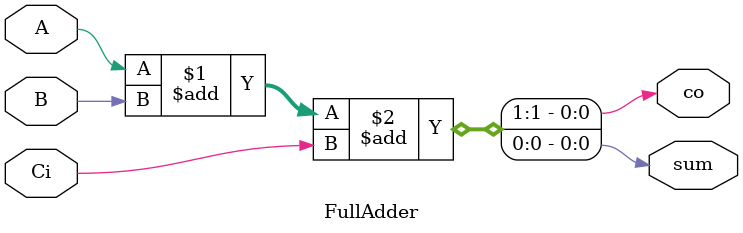
<source format=v>
`timescale 1ns / 1ps
module FullAdder(input A,B,Ci, output sum, co );

assign {co, sum} =A + B + Ci;

endmodule

</source>
